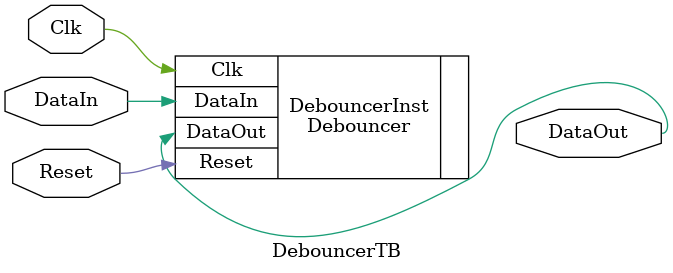
<source format=v>
`timescale 1ns / 1ps


module DebouncerTB (
    input  wire DataIn,
    input  wire Clk,
    input  wire Reset,
    output wire DataOut
);
  Debouncer #(
    .CounterWidth(2),
    .DebounceTime(3)
  ) DebouncerInst (
      .DataIn(DataIn),
      .Clk(Clk),
      .Reset(Reset),
      .DataOut(DataOut)
  );
  // cocotb dump waveforms
`ifdef COCOTB_SIM
  initial begin
    $dumpfile("waveform.vcd");  // Name of the dump file
    $dumpvars(0, DebouncerTB);  // Dump all variables for the top module
  end
`endif
endmodule

</source>
